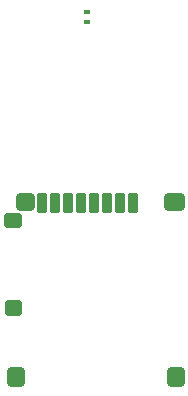
<source format=gbp>
G75*
%MOIN*%
%OFA0B0*%
%FSLAX24Y24*%
%IPPOS*%
%LPD*%
%AMOC8*
5,1,8,0,0,1.08239X$1,22.5*
%
%ADD10R,0.0236X0.0157*%
%ADD11C,0.0157*%
%ADD12C,0.0295*%
%ADD13C,0.0276*%
%ADD14C,0.0256*%
D10*
X009431Y015044D03*
X009431Y015398D03*
D11*
X009549Y009284D02*
X009707Y009284D01*
X009707Y008772D01*
X009549Y008772D01*
X009549Y009284D01*
X009549Y008928D02*
X009707Y008928D01*
X009707Y009084D02*
X009549Y009084D01*
X009549Y009240D02*
X009707Y009240D01*
X009982Y009284D02*
X010140Y009284D01*
X010140Y008772D01*
X009982Y008772D01*
X009982Y009284D01*
X009982Y008928D02*
X010140Y008928D01*
X010140Y009084D02*
X009982Y009084D01*
X009982Y009240D02*
X010140Y009240D01*
X010415Y009284D02*
X010573Y009284D01*
X010573Y008772D01*
X010415Y008772D01*
X010415Y009284D01*
X010415Y008928D02*
X010573Y008928D01*
X010573Y009084D02*
X010415Y009084D01*
X010415Y009240D02*
X010573Y009240D01*
X010848Y008772D02*
X011006Y008772D01*
X010848Y008772D02*
X010848Y009284D01*
X011006Y009284D01*
X011006Y008772D01*
X011006Y008928D02*
X010848Y008928D01*
X010848Y009084D02*
X011006Y009084D01*
X011006Y009240D02*
X010848Y009240D01*
X009274Y009284D02*
X009116Y009284D01*
X009274Y009284D02*
X009274Y008772D01*
X009116Y008772D01*
X009116Y009284D01*
X009116Y008928D02*
X009274Y008928D01*
X009274Y009084D02*
X009116Y009084D01*
X009116Y009240D02*
X009274Y009240D01*
X008841Y009284D02*
X008683Y009284D01*
X008841Y009284D02*
X008841Y008772D01*
X008683Y008772D01*
X008683Y009284D01*
X008683Y008928D02*
X008841Y008928D01*
X008841Y009084D02*
X008683Y009084D01*
X008683Y009240D02*
X008841Y009240D01*
X008408Y009284D02*
X008250Y009284D01*
X008408Y009284D02*
X008408Y008772D01*
X008250Y008772D01*
X008250Y009284D01*
X008250Y008928D02*
X008408Y008928D01*
X008408Y009084D02*
X008250Y009084D01*
X008250Y009240D02*
X008408Y009240D01*
X007975Y009284D02*
X007817Y009284D01*
X007975Y009284D02*
X007975Y008772D01*
X007817Y008772D01*
X007817Y009284D01*
X007817Y008928D02*
X007975Y008928D01*
X007975Y009084D02*
X007817Y009084D01*
X007817Y009240D02*
X007975Y009240D01*
D12*
X007509Y009228D02*
X007173Y009228D01*
X007509Y009228D02*
X007509Y008932D01*
X007173Y008932D01*
X007173Y009228D01*
X007173Y009226D02*
X007509Y009226D01*
X007197Y003420D02*
X006901Y003420D01*
X007197Y003420D02*
X007197Y003046D01*
X006901Y003046D01*
X006901Y003420D01*
X006901Y003340D02*
X007197Y003340D01*
X012216Y003420D02*
X012512Y003420D01*
X012512Y003046D01*
X012216Y003046D01*
X012216Y003420D01*
X012216Y003340D02*
X012512Y003340D01*
X012512Y009228D02*
X012138Y009228D01*
X012512Y009228D02*
X012512Y008932D01*
X012138Y008932D01*
X012138Y009228D01*
X012138Y009226D02*
X012512Y009226D01*
D13*
X007124Y005654D02*
X006810Y005654D01*
X007124Y005654D02*
X007124Y005380D01*
X006810Y005380D01*
X006810Y005654D01*
D14*
X006800Y008558D02*
X007134Y008558D01*
X007134Y008302D01*
X006800Y008302D01*
X006800Y008558D01*
X006800Y008557D02*
X007134Y008557D01*
M02*

</source>
